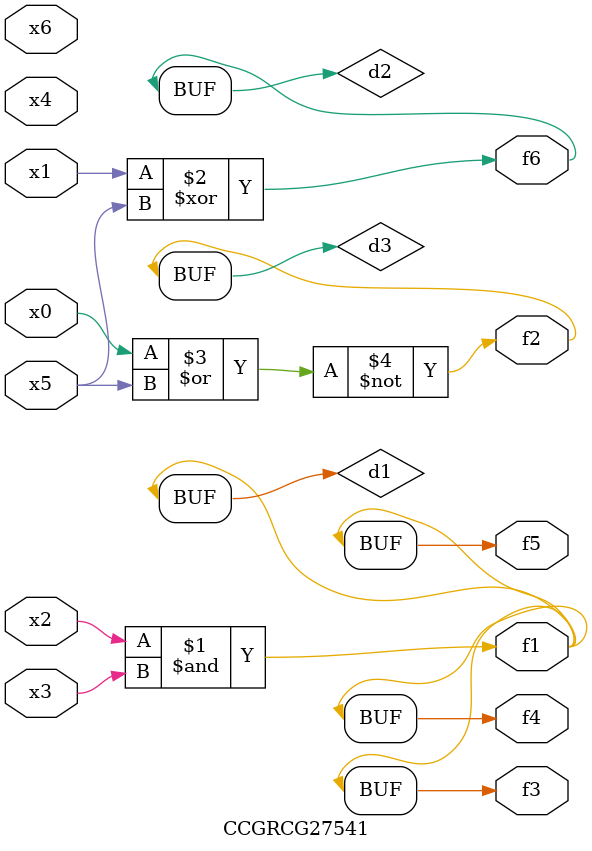
<source format=v>
module CCGRCG27541(
	input x0, x1, x2, x3, x4, x5, x6,
	output f1, f2, f3, f4, f5, f6
);

	wire d1, d2, d3;

	and (d1, x2, x3);
	xor (d2, x1, x5);
	nor (d3, x0, x5);
	assign f1 = d1;
	assign f2 = d3;
	assign f3 = d1;
	assign f4 = d1;
	assign f5 = d1;
	assign f6 = d2;
endmodule

</source>
